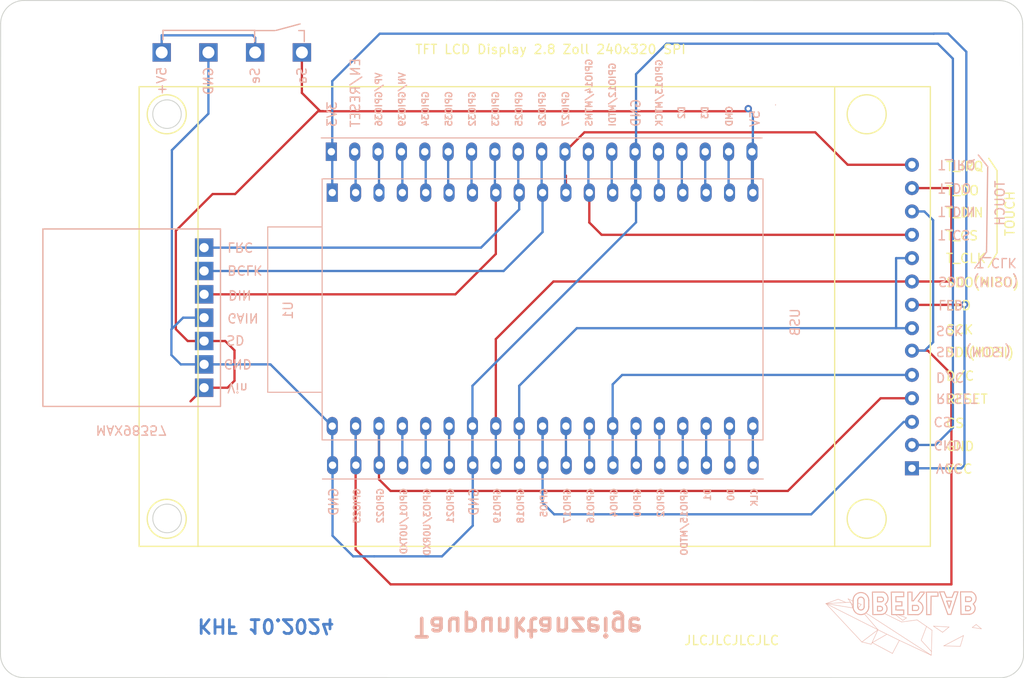
<source format=kicad_pcb>
(kicad_pcb (version 20221018) (generator pcbnew)
  (layers (0 "F.Cu" signal) (31 "B.Cu" signal) (34 "B.Paste" user) (35 "F.Paste" user) (36 "B.SilkS" user "B.Silkscreen") (37 "F.SilkS" user "F.Silkscreen") (38 "B.Mask" user) (39 "F.Mask" user) (44 "Edge.Cuts" user))
  (net 0 "")
  (net 1 "Net-(U1-3V3)")
  (net 2 "unconnected-(U1-CHIP_PU-Pad2)")
  (net 3 "unconnected-(U1-SENSOR_VP{slash}GPIO36{slash}ADC1_CH0-Pad3)")
  (net 4 "unconnected-(U1-SENSOR_VN{slash}GPIO39{slash}ADC1_CH3-Pad4)")
  (net 5 "unconnected-(U1-VDET_1{slash}GPIO34{slash}ADC1_CH6-Pad5)")
  (net 6 "unconnected-(U1-VDET_2{slash}GPIO35{slash}ADC1_CH7-Pad6)")
  (net 7 "unconnected-(U1-32K_XP{slash}GPIO32{slash}ADC1_CH4-Pad7)")
  (net 8 "Net-(U1-32K_XN{slash}GPIO33{slash}ADC1_CH5)")
  (net 9 "Net-(U1-DAC_1{slash}ADC2_CH8{slash}GPIO25)")
  (net 10 "Net-(U1-DAC_2{slash}ADC2_CH9{slash}GPIO26)")
  (net 11 "Net-(U1-ADC2_CH7{slash}GPIO27)")
  (net 12 "Net-(U1-MTMS{slash}GPIO14{slash}ADC2_CH6)")
  (net 13 "unconnected-(U1-MTDI{slash}GPIO12{slash}ADC2_CH5-Pad13)")
  (net 14 "Net-(U10-LP)")
  (net 15 "unconnected-(U1-MTCK{slash}GPIO13{slash}ADC2_CH4-Pad15)")
  (net 16 "unconnected-(U1-SD_DATA2{slash}GPIO9-Pad16)")
  (net 17 "unconnected-(U1-SD_DATA3{slash}GPIO10-Pad17)")
  (net 18 "unconnected-(U1-CMD-Pad18)")
  (net 19 "Net-(U1-5V)")
  (net 20 "unconnected-(U1-SD_CLK{slash}GPIO6-Pad20)")
  (net 21 "unconnected-(U1-SD_DATA0{slash}GPIO7-Pad21)")
  (net 22 "unconnected-(U1-SD_DATA1{slash}GPIO8-Pad22)")
  (net 23 "unconnected-(U1-MTDO{slash}GPIO15{slash}ADC2_CH3-Pad23)")
  (net 24 "unconnected-(U1-ADC2_CH2{slash}GPIO2-Pad24)")
  (net 25 "unconnected-(U1-GPIO0{slash}BOOT{slash}ADC2_CH1-Pad25)")
  (net 26 "unconnected-(U1-ADC2_CH0{slash}GPIO4-Pad26)")
  (net 27 "unconnected-(U1-GPIO16-Pad27)")
  (net 28 "unconnected-(U1-GPIO17-Pad28)")
  (net 29 "Net-(U1-GPIO5)")
  (net 30 "Net-(U1-GPIO18)")
  (net 31 "Net-(U1-GPIO19)")
  (net 32 "unconnected-(U1-GPIO21-Pad33)")
  (net 33 "unconnected-(U1-U0RXD{slash}GPIO3-Pad34)")
  (net 34 "unconnected-(U1-U0TXD{slash}GPIO1-Pad35)")
  (net 35 "Net-(U1-GPIO22)")
  (net 36 "Net-(U1-GPIO23)")
  (net 37 "Net-(U3-LP)")
  (footprint "!Goody:LP" (layer "F.Cu") (at 127.52 79.3 180)
    (fp_text reference "U5")
    (fp_text value "Se" (at 0 -2.54 270) (layer "B.SilkS") (effects (justify mirror)))
    (pad "1" thru_hole rect (at 0 0 180) (size 2 2) (drill 1.3) (layers "*.Cu" "*.Mask") (net 37 "Net-(U3-LP)"))
  )
  (footprint "tft_displays:2.8_tft_240x320_touch_sd_spi" (layer "F.Cu") (at 114.9096 133.02632 90)
    (fp_text reference "U2" hide)
    (fp_text value "~" hide)
    (fp_text user "RESET" (at 16.02 89.971429) (layer "F.SilkS"))
    (fp_text user "T_CS" (at 33.79 89.44762) (layer "F.SilkS"))
    (fp_text user "SDO(MISO)" (at 28.7 91.685715) (layer "F.SilkS"))
    (fp_text user "T_CLK" (at 31.33 89.876191) (layer "F.SilkS"))
    (fp_text user "GND" (at 10.88 89.233334) (layer "F.SilkS"))
    (fp_text user "CS" (at 13.39 88.685715) (layer "F.SilkS"))
    (fp_text user "TOUCH" (at 36.2 94.65 90) (layer "F.SilkS"))
    (fp_text user "SCK" (at 23.56 89.185715) (layer "F.SilkS"))
    (fp_text user "VCC" (at 8.42 89.138096) (layer "F.SilkS"))
    (fp_text user "T_DIN" (at 36.3 89.733334) (layer "F.SilkS"))
    (fp_text user "D/C" (at 18.53 89.233334) (layer "F.SilkS"))
    (fp_text user "T_DO" (at 38.7 89.495239) (layer "F.SilkS"))
    (fp_text user "T_IRQ" (at 41.33 89.733334) (layer "F.SilkS"))
    (fp_text user "LED" (at 26.19 89.066667) (layer "F.SilkS"))
    (fp_text user "SDI(MOSI)" (at 21.1 91.4) (layer "F.SilkS"))
    (pad "1" thru_hole rect (at 8.49 84 90) (size 1.524 1.524) (drill 0.8) (layers "*.Cu" "*.Mask") (net 1 "Net-(U1-3V3)"))
    (pad "2" thru_hole circle (at 11.03 84 90) (size 1.524 1.524) (drill 0.8) (layers "*.Cu" "*.Mask") (net 14 "Net-(U10-LP)"))
    (pad "3" thru_hole circle (at 13.54 84 90) (size 1.524 1.524) (drill 0.8) (layers "*.Cu" "*.Mask") (net 29 "Net-(U1-GPIO5)"))
    (pad "4" thru_hole circle (at 16.11 84 90) (size 1.524 1.524) (drill 0.8) (layers "*.Cu" "*.Mask") (net 35 "Net-(U1-GPIO22)"))
    (pad "5" thru_hole circle (at 18.65 84 90) (size 1.524 1.524) (drill 0.8) (layers "*.Cu" "*.Mask") (net 26 "unconnected-(U1-ADC2_CH0{slash}GPIO4-Pad26)"))
    (pad "6" thru_hole circle (at 21.29 84 90) (size 1.524 1.524) (drill 0.8) (layers "*.Cu" "*.Mask") (net 36 "Net-(U1-GPIO23)"))
    (pad "7" thru_hole circle (at 23.73 84 90) (size 1.524 1.524) (drill 0.8) (layers "*.Cu" "*.Mask") (net 30 "Net-(U1-GPIO18)"))
    (pad "8" thru_hole circle (at 26.27 84 90) (size 1.524 1.524) (drill 0.8) (layers "*.Cu" "*.Mask") (net 1 "Net-(U1-3V3)"))
    (pad "9" thru_hole circle (at 28.81 84 90) (size 1.524 1.524) (drill 0.8) (layers "*.Cu" "*.Mask") (net 31 "Net-(U1-GPIO19)"))
    (pad "10" thru_hole circle (at 31.35 84 90) (size 1.524 1.524) (drill 0.8) (layers "*.Cu" "*.Mask") (net 30 "Net-(U1-GPIO18)"))
    (pad "11" thru_hole circle (at 33.89 84 90) (size 1.524 1.524) (drill 0.8) (layers "*.Cu" "*.Mask") (net 12 "Net-(U1-MTMS{slash}GPIO14{slash}ADC2_CH6)"))
    (pad "12" thru_hole circle (at 36.43 84 90) (size 1.524 1.524) (drill 0.8) (layers "*.Cu" "*.Mask") (net 36 "Net-(U1-GPIO23)"))
    (pad "13" thru_hole circle (at 38.97 84 90) (size 1.524 1.524) (drill 0.8) (layers "*.Cu" "*.Mask") (net 31 "Net-(U1-GPIO19)"))
    (pad "14" thru_hole circle (at 41.51 84 90) (size 1.524 1.524) (drill 0.8) (layers "*.Cu" "*.Mask") (net 11 "Net-(U1-ADC2_CH7{slash}GPIO27)"))
  )
  (footprint "!Goody:LP" (layer "F.Cu") (at 132.6 79.3 180)
    (fp_text reference "U6")
    (fp_text value "Sa" (at 0 -2.54 270) (layer "B.SilkS") (effects (justify mirror)))
    (pad "1" thru_hole rect (at 0 0 180) (size 2 2) (drill 1.3) (layers "*.Cu" "*.Mask") (net 19 "Net-(U1-5V)"))
  )
  (footprint "!Goody:LP" (layer "F.Cu") (at 117.36 79.3 180)
    (fp_text reference "U3")
    (fp_text value "5V+" (at 0 -3.108 270) (layer "B.SilkS") (effects (justify mirror)))
    (pad "1" thru_hole rect (at 0 0 180) (size 2 2) (drill 1.3) (layers "*.Cu" "*.Mask") (net 37 "Net-(U3-LP)"))
  )
  (footprint "!Goody:LP" (layer "F.Cu") (at 122.44 79.3 180)
    (fp_text reference "U4")
    (fp_text value "GND" (at 0 -3.108 270) (layer "B.SilkS") (effects (justify mirror)))
    (pad "1" thru_hole rect (at 0 0 180) (size 2 2) (drill 1.3) (layers "*.Cu" "*.Mask") (net 14 "Net-(U10-LP)"))
  )
  (footprint "!Goody:ob-logo_B.SilkS" (layer "F.Cu") (at 192.69 124.05 180)
    (fp_text reference "G***" hide)
    (fp_text value "LOGO" hide)
  )
  (footprint "!Goody:LP" (layer "B.Cu") (at 121.974 105.612 -90)
    (fp_text reference "U11")
    (fp_text value "DIN" hide)
    (pad "1" thru_hole rect (at 0 0 270) (size 2 2) (drill 1) (layers "*.Cu" "*.Mask") (net 8 "Net-(U1-32K_XN{slash}GPIO33{slash}ADC1_CH5)"))
  )
  (footprint "!Goody:LP" (layer "B.Cu") (at 121.974 115.772 -90)
    (fp_text reference "U7")
    (fp_text value "Vin" hide)
    (pad "1" thru_hole rect (at 0 0 270) (size 2 2) (drill 1) (layers "*.Cu" "*.Mask") (net 19 "Net-(U1-5V)"))
  )
  (footprint "Espressif:ESP32-DevKitC" (layer "B.Cu") (at 135.9 94.55 -90)
    (fp_text reference "U1" (at 12.8 4.8 90) (layer "B.SilkS") (effects (justify mirror)))
    (fp_text value "ESP32-DevKitC" hide)
    (fp_text user "5V" (at -9.062857 -45.94528 90 unlocked) (layer "B.SilkS") (effects (justify left mirror)))
    (fp_text user "GPIO3/U0RXD" (at 39.595714 -10.31 90 unlocked) (layer "B.SilkS") (effects (font (size 0.7 0.7)) (justify right mirror)))
    (fp_text user "GPIO2" (at 35.395714 -35.71 90 unlocked) (layer "B.SilkS") (effects (font (size 0.7 0.7)) (justify right mirror)))
    (fp_text user "D3" (at -9.48 -40.514 90 unlocked) (layer "B.SilkS") (effects (font (size 0.7 0.7)) (justify left mirror)))
    (fp_text user "VN/GPIO39" (at -13.179999 -7.594 90 unlocked) (layer "B.SilkS") (effects (font (size 0.7 0.7)) (justify left mirror)))
    (fp_text user "3V3" (at -10.015238 0.026 90 unlocked) (layer "B.SilkS") (effects (justify left mirror)))
    (fp_text user "GPIO1/U0TXD" (at 39.429047 -7.77 90 unlocked) (layer "B.SilkS") (effects (font (size 0.7 0.7)) (justify right mirror)))
    (fp_text user "GND" (at 35.25 -0.15 90 unlocked) (layer "B.SilkS") (effects (justify right mirror)))
    (fp_text user "EN/RESET" (at -7.003333 -2.51128 90 unlocked) (layer "B.SilkS") (effects (justify right mirror)))
    (fp_text user "GPIO15/MTDO" (at 39.56238 -38.25 90 unlocked) (layer "B.SilkS") (effects (font (size 0.7 0.7)) (justify right mirror)))
    (fp_text user "GPIO0" (at 35.395714 -33.17 90 unlocked) (layer "B.SilkS") (effects (font (size 0.7 0.7)) (justify right mirror)))
    (fp_text user "GPIO13/MTCK" (at -14.579999 -35.534 90 unlocked) (layer "B.SilkS") (effects (font (size 0.7 0.7)) (justify left mirror)))
    (fp_text user "GPIO14/MTMS" (at -14.646666 -27.914 90 unlocked) (layer "B.SilkS") (effects (font (size 0.7 0.7)) (justify left mirror)))
    (fp_text user "GPIO32" (at -11.113333 -15.214 90 unlocked) (layer "B.SilkS") (effects (font (size 0.7 0.7)) (justify left mirror)))
    (fp_text user "VP/GPIO36" (at -13.146666 -5.054 90 unlocked) (layer "B.SilkS") (effects (font (size 0.7 0.7)) (justify left mirror)))
    (fp_text user "GPIO12/MTDI" (at -14.213332 -30.454 90 unlocked) (layer "B.SilkS") (effects (font (size 0.7 0.7)) (justify left mirror)))
    (fp_text user "USB" (at 12.5 -50.9 90 unlocked) (layer "B.SilkS") (effects (justify left bottom mirror)))
    (fp_text user "GPIO25" (at -11.113333 -20.294 90 unlocked) (layer "B.SilkS") (effects (font (size 0.7 0.7)) (justify left mirror)))
    (fp_text user "GPIO22" (at 36.062381 -5.23 90 unlocked) (layer "B.SilkS") (effects (font (size 0.7 0.7)) (justify right mirror)))
    (fp_text user "GPIO18" (at 36.062381 -20.47 90 unlocked) (layer "B.SilkS") (effects (font (size 0.7 0.7)) (justify right mirror)))
    (fp_text user "GPIO33" (at -11.113333 -17.754 90 unlocked) (layer "B.SilkS") (effects (font (size 0.7 0.7)) (justify left mirror)))
    (fp_text user "GPIO26" (at -11.113333 -22.834 90 unlocked) (layer "B.SilkS") (effects (font (size 0.7 0.7)) (justify left mirror)))
    (fp_text user "GPIO16" (at 36.062381 -28.09 90 unlocked) (layer "B.SilkS") (effects (font (size 0.7 0.7)) (justify right mirror)))
    (fp_text user "D0" (at 33.629048 -43.33 90 unlocked) (layer "B.SilkS") (effects (font (size 0.7 0.7)) (justify right mirror)))
    (fp_text user "GPIO34" (at -11.113333 -10.134 90 unlocked) (layer "B.SilkS") (effects (font (size 0.7 0.7)) (justify left mirror)))
    (fp_text user "CMD" (at -9.513333 -43.154 90 unlocked) (layer "B.SilkS") (effects (font (size 0.7 0.7)) (justify left mirror)))
    (fp_text user "GPIO4" (at 35.395714 -30.63 90 unlocked) (layer "B.SilkS") (effects (font (size 0.7 0.7)) (justify right mirror)))
    (fp_text user "CLK" (at 34.229048 -45.87 90 unlocked) (layer "B.SilkS") (effects (font (size 0.7 0.7)) (justify right mirror)))
    (fp_text user "GPIO5" (at 35.395714 -23.01 90 unlocked) (layer "B.SilkS") (effects (font (size 0.7 0.7)) (justify right mirror)))
    (fp_text user "GPIO27" (at -11.113333 -25.374 90 unlocked) (layer "B.SilkS") (effects (font (size 0.7 0.7)) (justify left mirror)))
    (fp_text user "GPIO23" (at 36.062381 -2.69 90 unlocked) (layer "B.SilkS") (effects (font (size 0.7 0.7)) (justify right mirror)))
    (fp_text user "GND" (at 35.25 -15.39 90 unlocked) (layer "B.SilkS") (effects (justify right mirror)))
    (fp_text user "GPIO17" (at 36.062381 -25.55 90 unlocked) (layer "B.SilkS") (effects (font (size 0.7 0.7)) (justify right mirror)))
    (fp_text user "D1" (at 33.629048 -40.79 90 unlocked) (layer "B.SilkS") (effects (font (size 0.7 0.7)) (justify right mirror)))
    (fp_text user "GPIO21" (at 36.062381 -12.85 90 unlocked) (layer "B.SilkS") (effects (font (size 0.7 0.7)) (justify right mirror)))
    (fp_text user "D2" (at -9.48 -37.974 90 unlocked) (layer "B.SilkS") (effects (font (size 0.7 0.7)) (justify left mirror)))
    (fp_text user "GPIO19" (at 36.062381 -17.93 90 unlocked) (layer "B.SilkS") (effects (font (size 0.7 0.7)) (justify right mirror)))
    (fp_text user "GPIO35" (at -11.113333 -12.674 90 unlocked) (layer "B.SilkS") (effects (font (size 0.7 0.7)) (justify left mirror)))
    (fp_text user "GND" (at -10.300952 -32.994 90 unlocked) (layer "B.SilkS") (effects (justify left mirror)))
    (pad "1" thru_hole rect (at -4.45 0.1) (size 1.2 2) (drill 0.8) (layers "*.Cu" "*.Mask") (net 1 "Net-(U1-3V3)"))
    (pad "1" thru_hole rect (at 0 0) (size 1.2 2) (drill 0.8) (layers "*.Cu" "*.Mask") (net 1 "Net-(U1-3V3)"))
    (pad "2" thru_hole oval (at -4.45 -2.44) (size 1.2 2) (drill 0.8) (layers "*.Cu" "*.Mask") (net 2 "unconnected-(U1-CHIP_PU-Pad2)"))
    (pad "2" thru_hole oval (at 0 -2.54) (size 1.2 2) (drill 0.8) (layers "*.Cu" "*.Mask") (net 2 "unconnected-(U1-CHIP_PU-Pad2)"))
    (pad "3" thru_hole oval (at -4.45 -4.98) (size 1.2 2) (drill 0.8) (layers "*.Cu" "*.Mask") (net 3 "unconnected-(U1-SENSOR_VP{slash}GPIO36{slash}ADC1_CH0-Pad3)"))
    (pad "3" thru_hole oval (at 0 -5.08) (size 1.2 2) (drill 0.8) (layers "*.Cu" "*.Mask") (net 3 "unconnected-(U1-SENSOR_VP{slash}GPIO36{slash}ADC1_CH0-Pad3)"))
    (pad "4" thru_hole oval (at -4.45 -7.52) (size 1.2 2) (drill 0.8) (layers "*.Cu" "*.Mask") (net 4 "unconnected-(U1-SENSOR_VN{slash}GPIO39{slash}ADC1_CH3-Pad4)"))
    (pad "4" thru_hole oval (at 0 -7.62) (size 1.2 2) (drill 0.8) (layers "*.Cu" "*.Mask") (net 4 "unconnected-(U1-SENSOR_VN{slash}GPIO39{slash}ADC1_CH3-Pad4)"))
    (pad "5" thru_hole oval (at -4.45 -10.06) (size 1.2 2) (drill 0.8) (layers "*.Cu" "*.Mask") (net 5 "unconnected-(U1-VDET_1{slash}GPIO34{slash}ADC1_CH6-Pad5)"))
    (pad "5" thru_hole oval (at 0 -10.16) (size 1.2 2) (drill 0.8) (layers "*.Cu" "*.Mask") (net 5 "unconnected-(U1-VDET_1{slash}GPIO34{slash}ADC1_CH6-Pad5)"))
    (pad "6" thru_hole oval (at -4.45 -12.6) (size 1.2 2) (drill 0.8) (layers "*.Cu" "*.Mask") (net 6 "unconnected-(U1-VDET_2{slash}GPIO35{slash}ADC1_CH7-Pad6)"))
    (pad "6" thru_hole oval (at 0 -12.7) (size 1.2 2) (drill 0.8) (layers "*.Cu" "*.Mask") (net 6 "unconnected-(U1-VDET_2{slash}GPIO35{slash}ADC1_CH7-Pad6)"))
    (pad "7" thru_hole oval (at -4.45 -15.14) (size 1.2 2) (drill 0.8) (layers "*.Cu" "*.Mask") (net 7 "unconnected-(U1-32K_XP{slash}GPIO32{slash}ADC1_CH4-Pad7)"))
    (pad "7" thru_hole oval (at 0 -15.24) (size 1.2 2) (drill 0.8) (layers "*.Cu" "*.Mask") (net 7 "unconnected-(U1-32K_XP{slash}GPIO32{slash}ADC1_CH4-Pad7)"))
    (pad "8" thru_hole oval (at -4.45 -17.68) (size 1.2 2) (drill 0.8) (layers "*.Cu" "*.Mask") (net 8 "Net-(U1-32K_XN{slash}GPIO33{slash}ADC1_CH5)"))
    (pad "8" thru_hole oval (at 0 -17.78) (size 1.2 2) (drill 0.8) (layers "*.Cu" "*.Mask") (net 8 "Net-(U1-32K_XN{slash}GPIO33{slash}ADC1_CH5)"))
    (pad "9" thru_hole oval (at -4.45 -20.22) (size 1.2 2) (drill 0.8) (layers "*.Cu" "*.Mask") (net 9 "Net-(U1-DAC_1{slash}ADC2_CH8{slash}GPIO25)"))
    (pad "9" thru_hole oval (at 0 -20.32) (size 1.2 2) (drill 0.8) (layers "*.Cu" "*.Mask") (net 9 "Net-(U1-DAC_1{slash}ADC2_CH8{slash}GPIO25)"))
    (pad "10" thru_hole oval (at -4.45 -22.76) (size 1.2 2) (drill 0.8) (layers "*.Cu" "*.Mask") (net 10 "Net-(U1-DAC_2{slash}ADC2_CH9{slash}GPIO26)"))
    (pad "10" thru_hole oval (at 0 -22.86) (size 1.2 2) (drill 0.8) (layers "*.Cu" "*.Mask") (net 10 "Net-(U1-DAC_2{slash}ADC2_CH9{slash}GPIO26)"))
    (pad "11" thru_hole oval (at -4.45 -25.3) (size 1.2 2) (drill 0.8) (layers "*.Cu" "*.Mask") (net 11 "Net-(U1-ADC2_CH7{slash}GPIO27)"))
    (pad "11" thru_hole oval (at 0 -25.4) (size 1.2 2) (drill 0.8) (layers "*.Cu" "*.Mask") (net 11 "Net-(U1-ADC2_CH7{slash}GPIO27)"))
    (pad "12" thru_hole oval (at -4.45 -27.84) (size 1.2 2) (drill 0.8) (layers "*.Cu" "*.Mask") (net 12 "Net-(U1-MTMS{slash}GPIO14{slash}ADC2_CH6)"))
    (pad "12" thru_hole oval (at 0 -27.94) (size 1.2 2) (drill 0.8) (layers "*.Cu" "*.Mask") (net 12 "Net-(U1-MTMS{slash}GPIO14{slash}ADC2_CH6)"))
    (pad "13" thru_hole oval (at -4.45 -30.38) (size 1.2 2) (drill 0.8) (layers "*.Cu" "*.Mask") (net 13 "unconnected-(U1-MTDI{slash}GPIO12{slash}ADC2_CH5-Pad13)"))
    (pad "13" thru_hole oval (at 0 -30.48) (size 1.2 2) (drill 0.8) (layers "*.Cu" "*.Mask") (net 13 "unconnected-(U1-MTDI{slash}GPIO12{slash}ADC2_CH5-Pad13)"))
    (pad "14" thru_hole oval (at -4.45 -32.92) (size 1.2 2) (drill 0.8) (layers "*.Cu" "*.Mask") (net 14 "Net-(U10-LP)"))
    (pad "14" thru_hole oval (at 0 -33.02) (size 1.2 2) (drill 0.8) (layers "*.Cu" "*.Mask") (net 14 "Net-(U10-LP)"))
    (pad "15" thru_hole oval (at -4.45 -35.46) (size 1.2 2) (drill 0.8) (layers "*.Cu" "*.Mask") (net 15 "unconnected-(U1-MTCK{slash}GPIO13{slash}ADC2_CH4-Pad15)"))
    (pad "15" thru_hole oval (at 0 -35.56) (size 1.2 2) (drill 0.8) (layers "*.Cu" "*.Mask") (net 15 "unconnected-(U1-MTCK{slash}GPIO13{slash}ADC2_CH4-Pad15)"))
    (pad "16" thru_hole oval (at -4.45 -38) (size 1.2 2) (drill 0.8) (layers "*.Cu" "*.Mask") (net 16 "unconnected-(U1-SD_DATA2{slash}GPIO9-Pad16)"))
    (pad "16" thru_hole oval (at 0 -38.1) (size 1.2 2) (drill 0.8) (layers "*.Cu" "*.Mask") (net 16 "unconnected-(U1-SD_DATA2{slash}GPIO9-Pad16)"))
    (pad "17" thru_hole oval (at -4.45 -40.54) (size 1.2 2) (drill 0.8) (layers "*.Cu" "*.Mask") (net 17 "unconnected-(U1-SD_DATA3{slash}GPIO10-Pad17)"))
    (pad "17" thru_hole oval (at 0 -40.64) (size 1.2 2) (drill 0.8) (layers "*.Cu" "*.Mask") (net 17 "unconnected-(U1-SD_DATA3{slash}GPIO10-Pad17)"))
    (pad "18" thru_hole oval (at -4.45 -43.08) (size 1.2 2) (drill 0.8) (layers "*.Cu" "*.Mask") (net 18 "unconnected-(U1-CMD-Pad18)"))
    (pad "18" thru_hole oval (at 0 -43.18) (size 1.2 2) (drill 0.8) (layers "*.Cu" "*.Mask") (net 18 "unconnected-(U1-CMD-Pad18)"))
    (pad "19" thru_hole oval (at -4.45 -45.62) (size 1.2 2) (drill 0.8) (layers "*.Cu" "*.Mask") (net 19 "Net-(U1-5V)"))
    (pad "19" thru_hole oval (at 0 -45.72) (size 1.2 2) (drill 0.8) (layers "*.Cu" "*.Mask") (net 19 "Net-(U1-5V)"))
    (pad "20" thru_hole oval (at 25.39632 -45.71728) (size 1.2 2) (drill 0.8) (layers "*.Cu" "*.Mask") (net 20 "unconnected-(U1-SD_CLK{slash}GPIO6-Pad20)"))
    (pad "20" thru_hole oval (at 29.646321 -45.74728) (size 1.2 2) (drill 0.8) (layers "*.Cu" "*.Mask") (net 20 "unconnected-(U1-SD_CLK{slash}GPIO6-Pad20)"))
    (pad "21" thru_hole oval (at 25.39632 -43.17728) (size 1.2 2) (drill 0.8) (layers "*.Cu" "*.Mask") (net 21 "unconnected-(U1-SD_DATA0{slash}GPIO7-Pad21)"))
    (pad "21" thru_hole oval (at 29.646321 -43.20728) (size 1.2 2) (drill 0.8) (layers "*.Cu" "*.Mask") (net 21 "unconnected-(U1-SD_DATA0{slash}GPIO7-Pad21)"))
    (pad "22" thru_hole oval (at 25.4 -40.64) (size 1.2 2) (drill 0.8) (layers "*.Cu" "*.Mask") (net 22 "unconnected-(U1-SD_DATA1{slash}GPIO8-Pad22)"))
    (pad "22" thru_hole oval (at 29.650001 -40.67) (size 1.2 2) (drill 0.8) (layers "*.Cu" "*.Mask") (net 22 "unconnected-(U1-SD_DATA1{slash}GPIO8-Pad22)"))
    (pad "23" thru_hole oval (at 25.4 -38.1) (size 1.2 2) (drill 0.8) (layers "*.Cu" "*.Mask") (net 23 "unconnected-(U1-MTDO{slash}GPIO15{slash}ADC2_CH3-Pad23)"))
    (pad "23" thru_hole oval (at 29.650001 -38.13) (size 1.2 2) (drill 0.8) (layers "*.Cu" "*.Mask") (net 23 "unconnected-(U1-MTDO{slash}GPIO15{slash}ADC2_CH3-Pad23)"))
    (pad "24" thru_hole oval (at 25.4 -35.56) (size 1.2 2) (drill 0.8) (layers "*.Cu" "*.Mask") (net 24 "unconnected-(U1-ADC2_CH2{slash}GPIO2-Pad24)"))
    (pad "24" thru_hole oval (at 29.650001 -35.59) (size 1.2 2) (drill 0.8) (layers "*.Cu" "*.Mask") (net 24 "unconnected-(U1-ADC2_CH2{slash}GPIO2-Pad24)"))
    (pad "25" thru_hole oval (at 25.4 -33.02) (size 1.2 2) (drill 0.8) (layers "*.Cu" "*.Mask") (net 25 "unconnected-(U1-GPIO0{slash}BOOT{slash}ADC2_CH1-Pad25)"))
    (pad "25" thru_hole oval (at 29.650001 -33.05) (size 1.2 2) (drill 0.8) (layers "*.Cu" "*.Mask") (net 25 "unconnected-(U1-GPIO0{slash}BOOT{slash}ADC2_CH1-Pad25)"))
    (pad "26" thru_hole oval (at 25.4 -30.48) (size 1.2 2) (drill 0.8) (layers "*.Cu" "*.Mask") (net 26 "unconnected-(U1-ADC2_CH0{slash}GPIO4-Pad26)"))
    (pad "26" thru_hole oval (at 29.650001 -30.51) (size 1.2 2) (drill 0.8) (layers "*.Cu" "*.Mask") (net 26 "unconnected-(U1-ADC2_CH0{slash}GPIO4-Pad26)"))
    (pad "27" thru_hole oval (at 25.4 -27.94) (size 1.2 2) (drill 0.8) (layers "*.Cu" "*.Mask") (net 27 "unconnected-(U1-GPIO16-Pad27)"))
    (pad "27" thru_hole oval (at 29.650001 -27.97) (size 1.2 2) (drill 0.8) (layers "*.Cu" "*.Mask") (net 27 "unconnected-(U1-GPIO16-Pad27)"))
    (pad "28" thru_hole oval (at 25.4 -25.4) (size 1.2 2) (drill 0.8) (layers "*.Cu" "*.Mask") (net 28 "unconnected-(U1-GPIO17-Pad28)"))
    (pad "28" thru_hole oval (at 29.650001 -25.43) (size 1.2 2) (drill 0.8) (layers "*.Cu" "*.Mask") (net 28 "unconnected-(U1-GPIO17-Pad28)"))
    (pad "29" thru_hole oval (at 25.4 -22.86) (size 1.2 2) (drill 0.8) (layers "*.Cu" "*.Mask") (net 29 "Net-(U1-GPIO5)"))
    (pad "29" thru_hole oval (at 29.650001 -22.89) (size 1.2 2) (drill 0.8) (layers "*.Cu" "*.Mask") (net 29 "Net-(U1-GPIO5)"))
    (pad "30" thru_hole oval (at 25.4 -20.32) (size 1.2 2) (drill 0.8) (layers "*.Cu" "*.Mask") (net 30 "Net-(U1-GPIO18)"))
    (pad "30" thru_hole oval (at 29.650001 -20.35) (size 1.2 2) (drill 0.8) (layers "*.Cu" "*.Mask") (net 30 "Net-(U1-GPIO18)"))
    (pad "31" thru_hole oval (at 25.4 -17.78) (size 1.2 2) (drill 0.8) (layers "*.Cu" "*.Mask") (net 31 "Net-(U1-GPIO19)"))
    (pad "31" thru_hole oval (at 29.650001 -17.81) (size 1.2 2) (drill 0.8) (layers "*.Cu" "*.Mask") (net 31 "Net-(U1-GPIO19)"))
    (pad "32" thru_hole oval (at 25.4 -15.24) (size 1.2 2) (drill 0.8) (layers "*.Cu" "*.Mask") (net 14 "Net-(U10-LP)"))
    (pad "32" thru_hole oval (at 29.650001 -15.27) (size 1.2 2) (drill 0.8) (layers "*.Cu" "*.Mask") (net 14 "Net-(U10-LP)"))
    (pad "33" thru_hole oval (at 25.4 -12.7) (size 1.2 2) (drill 0.8) (layers "*.Cu" "*.Mask") (net 32 "unconnected-(U1-GPIO21-Pad33)"))
    (pad "33" thru_hole oval (at 29.650001 -12.73) (size 1.2 2) (drill 0.8) (layers "*.Cu" "*.Mask") (net 32 "unconnected-(U1-GPIO21-Pad33)"))
    (pad "34" thru_hole oval (at 25.4 -10.16) (size 1.2 2) (drill 0.8) (layers "*.Cu" "*.Mask") (net 33 "unconnected-(U1-U0RXD{slash}GPIO3-Pad34)"))
    (pad "34" thru_hole oval (at 29.650001 -10.19) (size 1.2 2) (drill 0.8) (layers "*.Cu" "*.Mask") (net 33 "unconnected-(U1-U0RXD{slash}GPIO3-Pad34)"))
    (pad "35" thru_hole oval (at 25.4 -7.62) (size 1.2 2) (drill 0.8) (layers "*.Cu" "*.Mask") (net 34 "unconnected-(U1-U0TXD{slash}GPIO1-Pad35)"))
    (pad "35" thru_hole oval (at 29.650001 -7.65) (size 1.2 2) (drill 0.8) (layers "*.Cu" "*.Mask") (net 34 "unconnected-(U1-U0TXD{slash}GPIO1-Pad35)"))
    (pad "36" thru_hole oval (at 25.4 -5.08) (size 1.2 2) (drill 0.8) (layers "*.Cu" "*.Mask") (net 35 "Net-(U1-GPIO22)"))
    (pad "36" thru_hole oval (at 29.650001 -5.11) (size 1.2 2) (drill 0.8) (layers "*.Cu" "*.Mask") (net 35 "Net-(U1-GPIO22)"))
    (pad "37" thru_hole oval (at 25.4 -2.54) (size 1.2 2) (drill 0.8) (layers "*.Cu" "*.Mask") (net 36 "Net-(U1-GPIO23)"))
    (pad "37" thru_hole oval (at 29.650001 -2.57) (size 1.2 2) (drill 0.8) (layers "*.Cu" "*.Mask") (net 36 "Net-(U1-GPIO23)"))
    (pad "38" thru_hole oval (at 25.4 0) (size 1.2 2) (drill 0.8) (layers "*.Cu" "*.Mask") (net 14 "Net-(U10-LP)"))
    (pad "38" thru_hole oval (at 29.650001 -0.03) (size 1.2 2) (drill 0.8) (layers "*.Cu" "*.Mask") (net 14 "Net-(U10-LP)"))
  )
  (footprint "!Goody:LP" (layer "B.Cu") (at 121.974 113.232 -90)
    (fp_text reference "U8")
    (fp_text value "GND" hide)
    (pad "1" thru_hole rect (at 0 0 270) (size 2 2) (drill 1) (layers "*.Cu" "*.Mask") (net 14 "Net-(U10-LP)"))
  )
  (footprint "!Goody:LP" (layer "B.Cu") (at 121.974 100.532 -90)
    (fp_text reference "U13")
    (fp_text value "LRC" hide)
    (pad "1" thru_hole rect (at 0 0 270) (size 2 2) (drill 1) (layers "*.Cu" "*.Mask") (net 9 "Net-(U1-DAC_1{slash}ADC2_CH8{slash}GPIO25)"))
  )
  (footprint "!Goody:LP" (layer "B.Cu") (at 121.974 103.072 -90)
    (fp_text reference "U12")
    (fp_text value "BCLK" hide)
    (pad "1" thru_hole rect (at 0 0 270) (size 2 2) (drill 1) (layers "*.Cu" "*.Mask") (net 10 "Net-(U1-DAC_2{slash}ADC2_CH9{slash}GPIO26)"))
  )
  (footprint "!Goody:LP" (layer "B.Cu") (at 121.974 110.692 -90)
    (fp_text reference "U9")
    (fp_text value "SD" hide)
    (pad "1" thru_hole rect (at 0 0 270) (size 2 2) (drill 1) (layers "*.Cu" "*.Mask") (net 19 "Net-(U1-5V)"))
  )
  (footprint "!Goody:LP" (layer "B.Cu") (at 121.974 108.152 -90)
    (fp_text reference "U10")
    (fp_text value "GAIN" hide)
    (pad "1" thru_hole rect (at 0 0 270) (size 2 2) (drill 1) (layers "*.Cu" "*.Mask") (net 14 "Net-(U10-LP)"))
  )
  (gr_line (start 117.5 76.9) (end 127.5 76.9) (stroke (width 0.15)) (layer "B.SilkS"))
  (gr_line (start 206.1275 90.4545) (end 207.1435 91.7245) (stroke (width 0.15)) (layer "B.SilkS"))
  (gr_line (start 117.5 77.92) (end 117.5 76.9) (stroke (width 0.15)) (layer "B.SilkS"))
  (gr_line (start 207.1435 91.7245) (end 207.0165 100.9955) (stroke (width 0.15)) (layer "B.SilkS"))
  (gr_rect (start 104.448 98.5) (end 123.752 117.804) (stroke (width 0.15)) (fill none) (layer "B.SilkS"))
  (gr_line (start 132.86 76.92) (end 132.86 78.12) (stroke (width 0.15)) (layer "B.SilkS"))
  (gr_line (start 127.46 76.92) (end 127.46 78.12) (stroke (width 0.15)) (layer "B.SilkS"))
  (gr_line (start 129.8 76.9) (end 132.4 76.2) (stroke (width 0.15)) (layer "B.SilkS"))
  (gr_line (start 132.26 76.92) (end 132.86 76.92) (stroke (width 0.15)) (layer "B.SilkS"))
  (gr_line (start 127.46 76.92) (end 129.66 76.92) (stroke (width 0.15)) (layer "B.SilkS"))
  (gr_line (start 207.0165 100.9955) (end 205.7465 102.7735) (stroke (width 0.15)) (layer "B.SilkS"))
  (gr_circle (center 117.95 129.99) (end 118.67 131.37) (stroke (width 0.1)) (fill none) (layer "Edge.Cuts"))
  (gr_arc (start 211.043949 144.780001) (mid 210.3 146.576052) (end 208.503949 147.320001) (stroke (width 0.1)) (layer "Edge.Cuts"))
  (gr_line (start 99.836052 144.763949) (end 99.856052 76.186051) (stroke (width 0.1)) (layer "Edge.Cuts"))
  (gr_arc (start 208.4 73.66) (mid 210.196051 74.403949) (end 210.94 76.2) (stroke (width 0.1)) (layer "Edge.Cuts"))
  (gr_arc (start 102.376052 147.303949) (mid 100.580015 146.559986) (end 99.836052 144.763949) (stroke (width 0.1)) (layer "Edge.Cuts"))
  (gr_line (start 208.503949 147.320001) (end 102.376052 147.303949) (stroke (width 0.1)) (layer "Edge.Cuts"))
  (gr_arc (start 99.856052 76.186051) (mid 100.6 74.389999) (end 102.396052 73.646051) (stroke (width 0.1)) (layer "Edge.Cuts"))
  (gr_circle (center 117.938711 86.01) (end 119.458711 86.32) (stroke (width 0.1)) (fill none) (layer "Edge.Cuts"))
  (gr_line (start 210.94 76.2) (end 211.043949 144.780001) (stroke (width 0.1)) (layer "Edge.Cuts"))
  (gr_line (start 102.396052 73.646051) (end 208.4 73.66) (stroke (width 0.1)) (layer "Edge.Cuts"))
  (gr_text "KHF 10.2024" (at 121.1 140.8 180) (layer "B.Cu") (effects (font (size 1.5 1.5) (thickness 0.3) bold) (justify left bottom mirror)))
  (gr_text "RESET" (at 201.422 116.332 180) (layer "B.SilkS") (effects (font (size 1 1)) (justify left bottom mirror)))
  (gr_text "D/C" (at 201.422 114.046 180) (layer "B.SilkS") (effects (font (size 1 1)) (justify left bottom mirror)))
  (gr_text "Vin" (at 124.4 115.2 180) (layer "B.SilkS") (effects (font (size 1 1)) (justify left bottom mirror)))
  (gr_text "T_DO" (at 201.676 93.472 180) (layer "B.SilkS") (effects (font (size 1 1)) (justify left bottom mirror)))
  (gr_text "LED" (at 201.676 106.172 180) (layer "B.SilkS") (effects (font (size 1 1)) (justify left bottom mirror)))
  (gr_text "SD" (at 124.3 110 180) (layer "B.SilkS") (effects (font (size 1 1)) (justify left bottom mirror)))
  (gr_text "DIN" (at 124.5 105.1 180) (layer "B.SilkS") (effects (font (size 1 1)) (justify left bottom mirror)))
  (gr_text "T_CS" (at 201.676 98.552 180) (layer "B.SilkS") (effects (font (size 1 1)) (justify left bottom mirror)))
  (gr_text "CS" (at 201.168 118.872 180) (layer "B.SilkS") (effects (font (size 1 1)) (justify left bottom mirror)))
  (gr_text "SCK" (at 201.422 108.966 180) (layer "B.SilkS") (effects (font (size 1 1)) (justify left bottom mirror)))
  (gr_text "SDI (MOSI)" (at 201.422 111.252 180) (layer "B.SilkS") (effects (font (size 1 1)) (justify left bottom mirror)))
  (gr_text "VCC" (at 201.422 123.952 180) (layer "B.SilkS") (effects (font (size 1 1)) (justify left bottom mirror)))
  (gr_text "SDO (MISO)" (at 201.676 103.632 180) (layer "B.SilkS") (effects (font (size 1 1)) (justify left bottom mirror)))
  (gr_text "BCLK" (at 124.4 102.4 180) (layer "B.SilkS") (effects (font (size 1 1)) (justify left bottom mirror)))
  (gr_text "T_DIN" (at 201.676 96.012 180) (layer "B.SilkS") (effects (font (size 1 1)) (justify left bottom mirror)))
  (gr_text "T_IRQ" (at 201.676 90.932 180) (layer "B.SilkS") (effects (font (size 1 1)) (justify left bottom mirror)))
  (gr_text "LRC" (at 124.4 99.9 180) (layer "B.SilkS") (effects (font (size 1 1)) (justify left bottom mirror)))
  (gr_text "MAX98357" (at 110.1 119.8 180) (layer "B.SilkS") (effects (font (size 1 1)) (justify left bottom mirror)))
  (gr_text "TOUCH" (at 208.48 95.69 90) (layer "B.SilkS") (effects (font (size 1 1)) (justify mirror)))
  (gr_text "T_CLK" (at 205.86 101.59 180) (layer "B.SilkS") (effects (font (size 1 1)) (justify left bottom mirror)))
  (gr_text "GAIN" (at 124.4 107.6 180) (layer "B.SilkS") (effects (font (size 1 1)) (justify left bottom mirror)))
  (gr_text "Taupunktanzeige" (at 144.6 140.6 180) (layer "B.SilkS") (effects (font (size 2 2) (thickness 0.4) bold) (justify left bottom mirror)))
  (gr_text "GND" (at 124 112.6 180) (layer "B.SilkS") (effects (font (size 1 1)) (justify left bottom mirror)))
  (gr_text "GND" (at 201.168 121.412 180) (layer "B.SilkS") (effects (font (size 1 1)) (justify left bottom mirror)))
  (gr_text "TFT LCD Display 2.8 Zoll 240x320 SPI" (at 144.84 79.55) (layer "F.SilkS") (effects (font (size 1 1)) (justify left bottom)))
  (gr_text "JLCJLCJLCJLC" (at 179.324 143.256) (layer "F.SilkS") (effects (font (size 1 1))))
  (segment (start 204.62 106.72) (end 204.58368 106.75632) (width 0.25) (layer "F.Cu") (net 1))
  (segment (start 204.58368 106.75632) (end 198.9096 106.75632) (width 0.25) (layer "F.Cu") (net 1))
  (via (at 204.62 106.72) (size 0.8) (drill 0.4) (layers "F.Cu" "B.Cu") (net 1))
  (segment (start 198.9096 124.53632) (end 204.27368 124.53632) (width 0.25) (layer "B.Cu") (net 1))
  (segment (start 141.06 77.26) (end 201.276396 77.26) (width 0.25) (layer "B.Cu") (net 1))
  (segment (start 204.27368 124.53632) (end 204.62 124.19) (width 0.25) (layer "B.Cu") (net 1))
  (segment (start 204.82 79.23) (end 204.82 106.52) (width 0.25) (layer "B.Cu") (net 1))
  (segment (start 201.276396 77.26) (end 201.286396 77.25) (width 0.25) (layer "B.Cu") (net 1))
  (segment (start 204.62 124.19) (end 204.62 106.72) (width 0.25) (layer "B.Cu") (net 1))
  (segment (start 204.82 106.52) (end 204.62 106.72) (width 0.25) (layer "B.Cu") (net 1))
  (segment (start 141.06 77.26) (end 135.9 82.42) (width 0.25) (layer "B.Cu") (net 1))
  (segment (start 202.84 77.25) (end 204.82 79.23) (width 0.25) (layer "B.Cu") (net 1))
  (segment (start 135.9 82.42) (end 135.9 94.55) (width 0.25) (layer "B.Cu") (net 1))
  (segment (start 201.286396 77.25) (end 202.84 77.25) (width 0.25) (layer "B.Cu") (net 1))
  (segment (start 138.44 94.55) (end 138.44 90.2) (width 0.25) (layer "B.Cu") (net 2))
  (segment (start 138.44 90.2) (end 138.34 90.1) (width 0.25) (layer "B.Cu") (net 2))
  (segment (start 140.98 90.2) (end 140.88 90.1) (width 0.25) (layer "B.Cu") (net 3))
  (segment (start 140.98 94.55) (end 140.98 90.2) (width 0.25) (layer "B.Cu") (net 3))
  (segment (start 143.52 94.55) (end 143.52 90.2) (width 0.25) (layer "B.Cu") (net 4))
  (segment (start 143.52 90.2) (end 143.42 90.1) (width 0.25) (layer "B.Cu") (net 4))
  (segment (start 146.06 90.2) (end 145.96 90.1) (width 0.25) (layer "B.Cu") (net 5))
  (segment (start 146.06 94.55) (end 146.06 90.2) (width 0.25) (layer "B.Cu") (net 5))
  (segment (start 148.5 94.45) (end 148.6 94.55) (width 0.25) (layer "B.Cu") (net 6))
  (segment (start 148.5 90.1) (end 148.5 94.45) (width 0.25) (layer "B.Cu") (net 6))
  (segment (start 151.04 90.1) (end 151.04 94.45) (width 0.25) (layer "B.Cu") (net 7))
  (segment (start 151.04 94.45) (end 151.14 94.55) (width 0.25) (layer "B.Cu") (net 7))
  (segment (start 121.974 105.612) (end 149.288 105.612) (width 0.25) (layer "F.Cu") (net 8))
  (segment (start 153.68 101.22) (end 153.68 94.55) (width 0.25) (layer "F.Cu") (net 8))
  (segment (start 149.288 105.612) (end 153.68 101.22) (width 0.25) (layer "F.Cu") (net 8))
  (segment (start 153.58 94.45) (end 153.68 94.55) (width 0.25) (layer "B.Cu") (net 8))
  (segment (start 153.58 90.1) (end 153.58 94.45) (width 0.25) (layer "B.Cu") (net 8))
  (segment (start 156.12 94.45) (end 156.22 94.55) (width 0.25) (layer "B.Cu") (net 9))
  (segment (start 152.068 100.532) (end 156.22 96.38) (width 0.25) (layer "B.Cu") (net 9))
  (segment (start 156.22 96.38) (end 156.22 94.55) (width 0.25) (layer "B.Cu") (net 9))
  (segment (start 156.12 90.1) (end 156.12 94.45) (width 0.25) (layer "B.Cu") (net 9))
  (segment (start 121.974 100.532) (end 152.068 100.532) (width 0.25) (layer "B.Cu") (net 9))
  (segment (start 158.66 90.1) (end 158.66 94.45) (width 0.25) (layer "B.Cu") (net 10))
  (segment (start 154.528 103.072) (end 158.76 98.84) (width 0.25) (layer "B.Cu") (net 10))
  (segment (start 158.66 94.45) (end 158.76 94.55) (width 0.25) (layer "B.Cu") (net 10))
  (segment (start 158.76 98.84) (end 158.76 94.55) (width 0.25) (layer "B.Cu") (net 10))
  (segment (start 121.974 103.072) (end 154.528 103.072) (width 0.25) (layer "B.Cu") (net 10))
  (segment (start 198.9096 91.51632) (end 191.92632 91.51632) (width 0.25) (layer "F.Cu") (net 11))
  (segment (start 188.4 87.99) (end 163.31 87.99) (width 0.25) (layer "F.Cu") (net 11))
  (segment (start 161.3 92.7) (end 161.3 94.55) (width 0.25) (layer "F.Cu") (net 11))
  (segment (start 163.31 87.99) (end 161.2 90.1) (width 0.25) (layer "F.Cu") (net 11))
  (segment (start 191.92632 91.51632) (end 188.4 87.99) (width 0.25) (layer "F.Cu") (net 11))
  (segment (start 161.2 94.45) (end 161.3 94.55) (width 0.25) (layer "B.Cu") (net 11))
  (segment (start 161.2 90.1) (end 161.2 94.45) (width 0.25) (layer "B.Cu") (net 11))
  (segment (start 163.84 97.8) (end 163.84 94.55) (width 0.25) (layer "F.Cu") (net 12))
  (segment (start 165.17632 99.13632) (end 163.84 97.8) (width 0.25) (layer "F.Cu") (net 12))
  (segment (start 198.9096 99.13632) (end 165.17632 99.13632) (width 0.25) (layer "F.Cu") (net 12))
  (segment (start 163.74 94.45) (end 163.84 94.55) (width 0.25) (layer "B.Cu") (net 12))
  (segment (start 163.74 90.1) (end 163.74 94.45) (width 0.25) (layer "B.Cu") (net 12))
  (segment (start 166.28 90.1) (end 166.28 94.45) (width 0.25) (layer "B.Cu") (net 13))
  (segment (start 166.28 94.45) (end 166.38 94.55) (width 0.25) (layer "B.Cu") (net 13))
  (segment (start 122.44 79.3) (end 122.44 85.96) (width 0.25) (layer "B.Cu") (net 14))
  (segment (start 151.14 115.56) (end 168.92 97.78) (width 0.25) (layer "B.Cu") (net 14))
  (segment (start 151.14 124.170001) (end 151.17 124.200001) (width 0.25) (layer "B.Cu") (net 14))
  (segment (start 168.92 97.78) (end 168.92 94.55) (width 0.25) (layer "B.Cu") (net 14))
  (segment (start 118.418 112.216) (end 118.418 109.422) (width 0.25) (layer "B.Cu") (net 14))
  (segment (start 151.17 130.77) (end 151.17 124.200001) (width 0.25) (layer "B.Cu") (net 14))
  (segment (start 198.9096 121.99632) (end 201.47368 121.99632) (width 0.25) (layer "B.Cu") (net 14))
  (segment (start 118.418 109.422) (end 118.47 109.37) (width 0.25) (layer "B.Cu") (net 14))
  (segment (start 121.974 113.232) (end 119.434 113.232) (width 0.25) (layer "B.Cu") (net 14))
  (segment (start 203.36 79.98) (end 201.73 78.35) (width 0.25) (layer "B.Cu") (net 14))
  (segment (start 135.93 131.866) (end 135.93 124.200001) (width 0.25) (layer "B.Cu") (net 14))
  (segment (start 118.47 89.93) (end 118.47 109.37) (width 0.25) (layer "B.Cu") (net 14))
  (segment (start 151.14 119.95) (end 151.14 115.56) (width 0.25) (layer "B.Cu") (net 14))
  (segment (start 135.9 124.170001) (end 135.93 124.200001) (width 0.25) (layer "B.Cu") (net 14))
  (segment (start 151.14 119.95) (end 151.14 124.170001) (width 0.25) (layer "B.Cu") (net 14))
  (segment (start 151.14 119.95) (end 151.14 123.18) (width 0.25) (layer "B.Cu") (net 14))
  (segment (start 135.9 119.95) (end 135.9 124.170001) (width 0.25) (layer "B.Cu") (net 14))
  (segment (start 140.462 134.112) (end 138.176 134.112) (width 0.25) (layer "B.Cu") (net 14))
  (segment (start 135.9 119.95) (end 129.182 113.232) (width 0.25) (layer "B.Cu") (net 14))
  (segment (start 138.176 134.112) (end 135.93 131.866) (width 0.25) (layer "B.Cu") (net 14))
  (segment (start 168.92 81.66) (end 172.23 78.35) (width 0.25) (layer "B.Cu") (net 14))
  (segment (start 168.82 90.1) (end 168.82 94.45) (width 0.25) (layer "B.Cu") (net 14))
  (segment (start 119.688 108.152) (end 121.974 108.152) (width 0.25) (layer "B.Cu") (net 14))
  (segment (start 147.828 134.112) (end 151.17 130.77) (width 0.25) (layer "B.Cu") (net 14))
  (segment (start 201.47368 121.99632) (end 203.36 120.11) (width 0.25) (layer "B.Cu") (net 14))
  (segment (start 129.182 113.232) (end 121.974 113.232) (width 0.25) (layer "B.Cu") (net 14))
  (segment (start 168.92 94.55) (end 168.92 81.66) (width 0.25) (layer "B.Cu") (net 14))
  (segment (start 122.44 85.96) (end 118.47 89.93) (width 0.25) (layer "B.Cu") (net 14))
  (segment (start 203.36 120.11) (end 203.36 79.98) (width 0.25) (layer "B.Cu") (net 14))
  (segment (start 147.828 134.112) (end 140.462 134.112) (width 0.25) (layer "B.Cu") (net 14))
  (segment (start 119.434 113.232) (end 118.418 112.216) (width 0.25) (layer "B.Cu") (net 14))
  (segment (start 168.82 94.45) (end 168.92 94.55) (width 0.25) (layer "B.Cu") (net 14))
  (segment (start 201.73 78.35) (end 172.23 78.35) (width 0.25) (layer "B.Cu") (net 14))
  (segment (start 118.47 109.37) (end 119.688 108.152) (width 0.25) (layer "B.Cu") (net 14))
  (segment (start 171.36 90.1) (end 171.36 94.45) (width 0.25) (layer "B.Cu") (net 15))
  (segment (start 171.36 94.45) (end 171.46 94.55) (width 0.25) (layer "B.Cu") (net 15))
  (segment (start 173.9 90.1) (end 173.9 94.45) (width 0.25) (layer "B.Cu") (net 16))
  (segment (start 173.9 94.45) (end 174 94.55) (width 0.25) (layer "B.Cu") (net 16))
  (segment (start 176.44 90.1) (end 176.44 94.45) (width 0.25) (layer "B.Cu") (net 17))
  (segment (start 176.44 94.45) (end 176.54 94.55) (width 0.25) (layer "B.Cu") (net 17))
  (segment (start 178.98 90.1) (end 178.98 94.45) (width 0.25) (layer "B.Cu") (net 18))
  (segment (start 178.98 94.45) (end 179.08 94.55) (width 0.25) (layer "B.Cu") (net 18))
  (segment (start 181.12 85.42) (end 180.84 85.7) (width 0.25) (layer "F.Cu") (net 19))
  (segment (start 134.34638 85.7) (end 125.34638 94.7) (width 0.25) (layer "F.Cu") (net 19))
  (segment (start 134.9 85.7) (end 134.34638 85.7) (width 0.25) (layer "F.Cu") (net 19))
  (segment (start 125.34638 94.7) (end 122.9 94.7) (width 0.25) (layer "F.Cu") (net 19))
  (segment (start 180.84 85.7) (end 134.9 85.7) (width 0.25) (layer "F.Cu") (net 19))
  (segment (start 120.192 110.692) (end 121.974 110.692) (width 0.25) (layer "F.Cu") (net 19))
  (segment (start 124.514 115.772) (end 125.276 115.01) (width 0.25) (layer "F.Cu") (net 19))
  (segment (start 132.6 83.7) (end 132.6 79.3) (width 0.25) (layer "F.Cu") (net 19))
  (segment (start 125.276 115.01) (end 125.276 111.708) (width 0.25) (layer "F.Cu") (net 19))
  (segment (start 120.495332 117.250668) (end 121.974 115.772) (width 0.25) (layer "F.Cu") (net 19))
  (segment (start 118.9 109.4) (end 120.192 110.692) (width 0.25) (layer "F.Cu") (net 19))
  (segment (start 134.6 85.7) (end 132.6 83.7) (width 0.25) (layer "F.Cu") (net 19))
  (segment (start 134.9 85.7) (end 134.6 85.7) (width 0.25) (layer "F.Cu") (net 19))
  (segment (start 122.9 94.7) (end 118.9 98.7) (width 0.25) (layer "F.Cu") (net 19))
  (segment (start 181.01 85.31) (end 181.12 85.42) (width 0.25) (layer "F.Cu") (net 19))
  (segment (start 124.26 110.692) (end 121.974 110.692) (width 0.25) (layer "F.Cu") (net 19))
  (segment (start 121.974 115.772) (end 124.514 115.772) (width 0.25) (layer "F.Cu") (net 19))
  (segment (start 118.9 98.7) (end 118.9 109.4) (width 0.25) (layer "F.Cu") (net 19))
  (segment (start 125.276 111.708) (end 124.26 110.692) (width 0.25) (layer "F.Cu") (net 19))
  (via (at 181.12 85.42) (size 0.8) (drill 0.4) (layers "F.Cu" "B.Cu") (net 19))
  (segment (start 181.52 94.45) (end 181.62 94.55) (width 0.25) (layer "B.Cu") (net 19))
  (segment (start 181.12 85.42) (end 181.62 85.92) (width 0.25) (layer "B.Cu") (net 19))
  (segment (start 181.62 85.92) (end 181.62 94.55) (width 0.25) (layer "B.Cu") (net 19))
  (segment (start 181.52 90.1) (end 181.52 94.45) (width 0.25) (layer "B.Cu") (net 19))
  (segment (start 181.61728 124.166321) (end 181.64728 124.196321) (width 0.25) (layer "B.Cu") (net 20))
  (segment (start 181.61728 119.94632) (end 181.61728 124.166321) (width 0.25) (layer "B.Cu") (net 20))
  (segment (start 179.07728 119.94632) (end 179.07728 124.166321) (width 0.25) (layer "B.Cu") (net 21))
  (segment (start 179.07728 124.166321) (end 179.10728 124.196321) (width 0.25) (layer "B.Cu") (net 21))
  (segment (start 176.54 124.170001) (end 176.57 124.200001) (width 0.25) (layer "B.Cu") (net 22))
  (segment (start 176.54 119.95) (end 176.54 124.170001) (width 0.25) (layer "B.Cu") (net 22))
  (segment (start 174 119.95) (end 174 124.170001) (width 0.25) (layer "B.Cu") (net 23))
  (segment (start 174 124.170001) (end 174.03 124.200001) (width 0.25) (layer "B.Cu") (net 23))
  (segment (start 171.46 124.170001) (end 171.49 124.200001) (width 0.25) (layer "B.Cu") (net 24))
  (segment (start 171.46 119.95) (end 171.46 124.170001) (width 0.25) (layer "B.Cu") (net 24))
  (segment (start 168.92 124.170001) (end 168.95 124.200001) (width 0.25) (layer "B.Cu") (net 25))
  (segment (start 168.92 119.95) (end 168.92 124.170001) (width 0.25) (layer "B.Cu") (net 25))
  (segment (start 166.38 115.41) (end 166.38 119.95) (width 0.25) (layer "B.Cu") (net 26))
  (segment (start 198.9096 114.37632) (end 167.41368 114.37632) (width 0.25) (layer "B.Cu") (net 26))
  (segment (start 166.38 124.170001) (end 166.41 124.200001) (width 0.25) (layer "B.Cu") (net 26))
  (segment (start 166.38 119.95) (end 166.38 124.170001) (width 0.25) (layer "B.Cu") (net 26))
  (segment (start 167.41368 114.37632) (end 166.38 115.41) (width 0.25) (layer "B.Cu") (net 26))
  (segment (start 163.84 124.170001) (end 163.87 124.200001) (width 0.25) (layer "B.Cu") (net 27))
  (segment (start 163.84 119.95) (end 163.84 124.170001) (width 0.25) (layer "B.Cu") (net 27))
  (segment (start 161.3 119.95) (end 161.3 124.170001) (width 0.25) (layer "B.Cu") (net 28))
  (segment (start 161.3 124.170001) (end 161.33 124.200001) (width 0.25) (layer "B.Cu") (net 28))
  (segment (start 198.01368 119.48632) (end 187.96 129.54) (width 0.25) (layer "B.Cu") (net 29))
  (segment (start 187.96 129.54) (end 160.02 129.54) (width 0.25) (layer "B.Cu") (net 29))
  (segment (start 158.76 119.95) (end 158.76 124.170001) (width 0.25) (layer "B.Cu") (net 29))
  (segment (start 158.76 128.28) (end 158.76 119.95) (width 0.25) (layer "B.Cu") (net 29))
  (segment (start 158.76 124.170001) (end 158.79 124.200001) (width 0.25) (layer "B.Cu") (net 29))
  (segment (start 198.9096 119.48632) (end 198.01368 119.48632) (width 0.25) (layer "B.Cu") (net 29))
  (segment (start 160.02 129.54) (end 158.76 128.28) (width 0.25) (layer "B.Cu") (net 29))
  (segment (start 197.17 109.29632) (end 198.9096 109.29632) (width 0.25) (layer "B.Cu") (net 30))
  (segment (start 197.18632 109.28) (end 197.17 109.29632) (width 0.25) (layer "B.Cu") (net 30))
  (segment (start 198.9096 101.67632) (end 197.18632 101.67632) (width 0.25) (layer "B.Cu") (net 30))
  (segment (start 156.22 119.95) (end 156.22 124.170001) (width 0.25) (layer "B.Cu") (net 30))
  (segment (start 156.22 124.170001) (end 156.25 124.200001) (width 0.25) (layer "B.Cu") (net 30))
  (segment (start 156.22 115.56) (end 162.48368 109.29632) (width 0.25) (layer "B.Cu") (net 30))
  (segment (start 156.22 119.95) (end 156.22 115.56) (width 0.25) (layer "B.Cu") (net 30))
  (segment (start 197.18632 101.67632) (end 197.18632 109.28) (width 0.25) (layer "B.Cu") (net 30))
  (segment (start 162.48368 109.29632) (end 197.17 109.29632) (width 0.25) (layer "B.Cu") (net 30))
  (segment (start 203.2 94.13264) (end 203.2 104.14) (width 0.25) (layer "F.Cu") (net 31))
  (segment (start 203.12368 94.05632) (end 203.2 94.13264) (width 0.25) (layer "F.Cu") (net 31))
  (segment (start 203.2 104.14) (end 203.12368 104.21632) (width 0.25) (layer "F.Cu") (net 31))
  (segment (start 159.94368 104.21632) (end 153.68 110.48) (width 0.25) (layer "F.Cu") (net 31))
  (segment (start 203.12368 104.21632) (end 198.9096 104.21632) (width 0.25) (layer "F.Cu") (net 31))
  (segment (start 198.9096 104.21632) (end 159.94368 104.21632) (width 0.25) (layer "F.Cu") (net 31))
  (segment (start 198.9096 94.05632) (end 203.12368 94.05632) (width 0.25) (layer "F.Cu") (net 31))
  (segment (start 153.68 110.48) (end 153.68 119.95) (width 0.25) (layer "F.Cu") (net 31))
  (segment (start 153.68 119.95) (end 153.68 124.170001) (width 0.25) (layer "B.Cu") (net 31))
  (segment (start 153.68 124.170001) (end 153.71 124.200001) (width 0.25) (layer "B.Cu") (net 31))
  (segment (start 148.6 124.170001) (end 148.63 124.200001) (width 0.25) (layer "B.Cu") (net 32))
  (segment (start 148.6 119.95) (end 148.6 124.170001) (width 0.25) (layer "B.Cu") (net 32))
  (segment (start 146.06 124.170001) (end 146.09 124.200001) (width 0.25) (layer "B.Cu") (net 33))
  (segment (start 146.06 119.95) (end 146.06 124.170001) (width 0.25) (layer "B.Cu") (net 33))
  (segment (start 143.52 124.170001) (end 143.55 124.200001) (width 0.25) (layer "B.Cu") (net 34))
  (segment (start 143.52 119.95) (end 143.52 124.170001) (width 0.25) (layer "B.Cu") (net 34))
  (segment (start 198.9096 116.91632) (end 195.50368 116.91632) (width 0.25) (layer "F.Cu") (net 35))
  (segment (start 140.98 125.74) (end 140.98 119.95) (width 0.25) (layer "F.Cu") (net 35))
  (segment (start 195.50368 116.91632) (end 185.42 127) (width 0.25) (layer "F.Cu") (net 35))
  (segment (start 142.24 127) (end 140.98 125.74) (width 0.25) (layer "F.Cu") (net 35))
  (segment (start 185.42 127) (end 142.24 127) (width 0.25) (layer "F.Cu") (net 35))
  (segment (start 140.98 119.95) (end 140.98 124.170001) (width 0.25) (layer "B.Cu") (net 35))
  (segment (start 140.98 124.170001) (end 141.01 124.200001) (width 0.25) (layer "B.Cu") (net 35))
  (segment (start 138.44 133.36) (end 138.44 119.95) (width 0.25) (layer "F.Cu") (net 36))
  (segment (start 198.9096 111.73632) (end 200.63632 111.73632) (width 0.25) (layer "F.Cu") (net 36))
  (segment (start 142.24 137.16) (end 138.44 133.36) (width 0.25) (layer "F.Cu") (net 36))
  (segment (start 203.2 114.3) (end 203.2 137.16) (width 0.25) (layer "F.Cu") (net 36))
  (segment (start 203.2 137.16) (end 142.24 137.16) (width 0.25) (layer "F.Cu") (net 36))
  (segment (start 200.63632 111.73632) (end 203.2 114.3) (width 0.25) (layer "F.Cu") (net 36))
  (segment (start 201.21 110.82) (end 200.29368 111.73632) (width 0.25) (layer "B.Cu") (net 36))
  (segment (start 198.9096 96.59632) (end 200.25632 96.59632) (width 0.25) (layer "B.Cu") (net 36))
  (segment (start 200.29368 111.73632) (end 198.9096 111.73632) (width 0.25) (layer "B.Cu") (net 36))
  (segment (start 138.44 119.95) (end 138.44 124.170001) (width 0.25) (layer "B.Cu") (net 36))
  (segment (start 200.25632 96.59632) (end 201.21 97.55) (width 0.25) (layer "B.Cu") (net 36))
  (segment (start 138.44 124.170001) (end 138.47 124.200001) (width 0.25) (layer "B.Cu") (net 36))
  (segment (start 201.21 97.55) (end 201.21 110.82) (width 0.25) (layer "B.Cu") (net 36))
  (segment (start 127.26 77.44) (end 127.52 77.7) (width 0.25) (layer "B.Cu") (net 37))
  (segment (start 117.36 79.3) (end 117.36 77.44) (width 0.25) (layer "B.Cu") (net 37))
  (segment (start 127.52 77.7) (end 127.52 79.3) (width 0.25) (layer "B.Cu") (net 37))
  (segment (start 117.36 77.44) (end 127.26 77.44) (width 0.25) (layer "B.Cu") (net 37))
)
</source>
